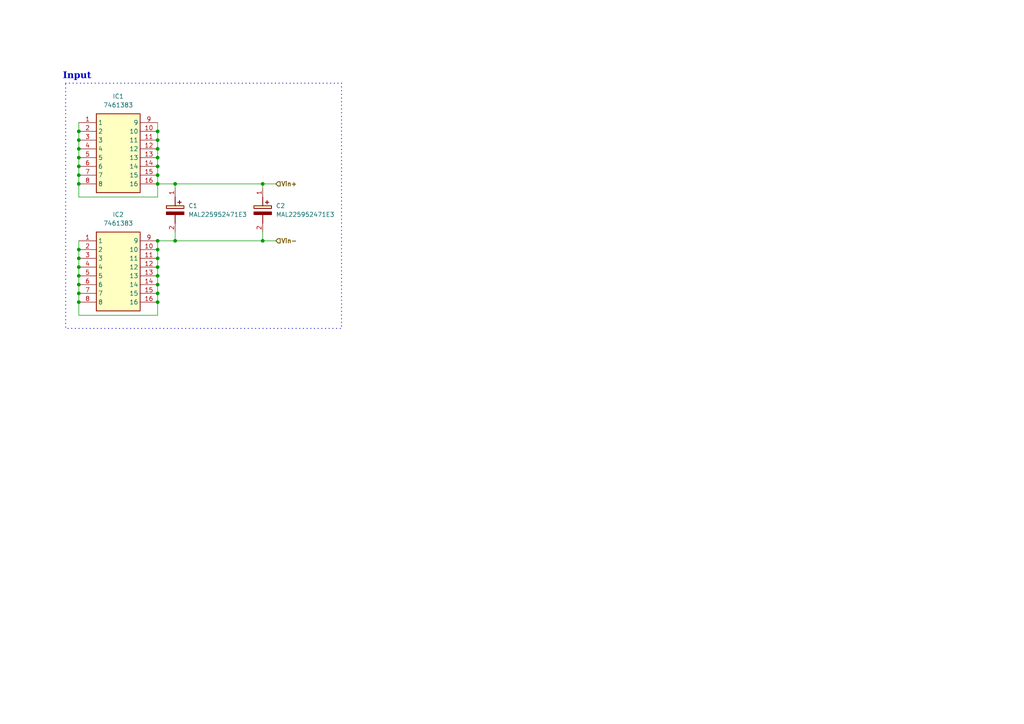
<source format=kicad_sch>
(kicad_sch (version 20231120) (generator "eeschema") (generator_version "8.0")
  (paper "A4")
  (lib_symbols
    (symbol "7461383:7461383"
      (property "Reference" "IC" (at 19.05 7.62 0))
      (property "Value" "7461383" (at 19.05 5.08 0))
      (symbol "7461383_1_1"
        (rectangle (start 5.08 2.54) (end 17.78 -20.32) (stroke (width 0.254)) (fill (type background)))
        (pin passive line (at 0 0 0) (length 5.08) (name "1") (number "1"))
        (pin passive line (at 22.86 -2.54 180) (length 5.08) (name "10") (number "10"))
        (pin passive line (at 22.86 -5.08 180) (length 5.08) (name "11") (number "11"))
        (pin passive line (at 22.86 -7.62 180) (length 5.08) (name "12") (number "12"))
        (pin passive line (at 22.86 -10.16 180) (length 5.08) (name "13") (number "13"))
        (pin passive line (at 22.86 -12.7 180) (length 5.08) (name "14") (number "14"))
        (pin passive line (at 22.86 -15.24 180) (length 5.08) (name "15") (number "15"))
        (pin passive line (at 22.86 -17.78 180) (length 5.08) (name "16") (number "16"))
        (pin passive line (at 0 -2.54 0) (length 5.08) (name "2") (number "2"))
        (pin passive line (at 0 -5.08 0) (length 5.08) (name "3") (number "3"))
        (pin passive line (at 0 -7.62 0) (length 5.08) (name "4") (number "4"))
        (pin passive line (at 0 -10.16 0) (length 5.08) (name "5") (number "5"))
        (pin passive line (at 0 -12.7 0) (length 5.08) (name "6") (number "6"))
        (pin passive line (at 0 -15.24 0) (length 5.08) (name "7") (number "7"))
        (pin passive line (at 0 -17.78 0) (length 5.08) (name "8") (number "8"))
        (pin passive line (at 22.86 0 180) (length 5.08) (name "9") (number "9"))
      )
    )
    (symbol "MAL225952471E3:MAL225952471E3" (pin_names hide)
      (property "Reference" "C" (at 8.89 6.35 0))
      (property "Value" "MAL225952471E3" (at 8.89 3.81 0))
      (symbol "MAL225952471E3_1_1"
        (polyline (pts (xy 2.54 0) (xy 5.08 0)) (stroke (width 0.254)))
        (polyline (pts (xy 4.064 1.778) (xy 4.064 0.762)) (stroke (width 0.254)))
        (polyline (pts (xy 4.572 1.27) (xy 3.556 1.27)) (stroke (width 0.254)))
        (polyline (pts (xy 7.62 0) (xy 10.16 0)) (stroke (width 0.254)))
        (polyline (pts (xy 7.62 2.54) (xy 7.62 -2.54) (xy 6.858 -2.54) (xy 6.858 2.54) (xy 7.62 2.54)) (stroke (width 0.254)) (fill (type outline)))
        (rectangle (start 5.08 2.54) (end 5.842 -2.54) (stroke (width 0.254)) (fill (type background)))
        (pin passive line (at 0 0 0) (length 2.54) (name "+") (number "1"))
        (pin passive line (at 12.7 0 180) (length 2.54) (name "-") (number "2"))
      )
    )
  )
  (junction (at 45.72 87.63))
  (junction (at 45.72 77.47))
  (junction (at 76.2 53.34))
  (junction (at 45.72 72.39))
  (junction (at 45.72 38.1))
  (junction (at 45.72 69.85))
  (junction (at 22.86 38.1))
  (junction (at 45.72 74.93))
  (junction (at 22.86 50.8))
  (junction (at 22.86 74.93))
  (junction (at 22.86 45.72))
  (junction (at 22.86 53.34))
  (junction (at 22.86 48.26))
  (junction (at 45.72 48.26))
  (junction (at 50.8 69.85))
  (junction (at 22.86 80.01))
  (junction (at 22.86 82.55))
  (junction (at 45.72 85.09))
  (junction (at 45.72 45.72))
  (junction (at 22.86 40.64))
  (junction (at 45.72 50.8))
  (junction (at 45.72 80.01))
  (junction (at 22.86 43.18))
  (junction (at 45.72 82.55))
  (junction (at 45.72 40.64))
  (junction (at 45.72 53.34))
  (junction (at 50.8 53.34))
  (junction (at 22.86 72.39))
  (junction (at 22.86 77.47))
  (junction (at 22.86 87.63))
  (junction (at 22.86 85.09))
  (junction (at 45.72 43.18))
  (junction (at 76.2 69.85))
  (wire (pts (xy 45.72 53.34) (xy 50.8 53.34)))
  (wire (pts (xy 22.86 69.85) (xy 22.86 72.39)))
  (wire (pts (xy 22.86 50.8) (xy 22.86 53.34)))
  (wire (pts (xy 76.2 69.85) (xy 80.01 69.85)))
  (wire (pts (xy 45.72 38.1) (xy 45.72 40.64)))
  (wire (pts (xy 50.8 54.61) (xy 50.8 53.34)))
  (wire (pts (xy 45.72 80.01) (xy 45.72 77.47)))
  (wire (pts (xy 22.86 53.34) (xy 22.86 57.15)))
  (wire (pts (xy 45.72 87.63) (xy 45.72 85.09)))
  (wire (pts (xy 45.72 69.85) (xy 50.8 69.85)))
  (wire (pts (xy 45.72 85.09) (xy 45.72 82.55)))
  (wire (pts (xy 45.72 40.64) (xy 45.72 43.18)))
  (wire (pts (xy 22.86 85.09) (xy 22.86 87.63)))
  (wire (pts (xy 45.72 74.93) (xy 45.72 72.39)))
  (wire (pts (xy 22.86 35.56) (xy 22.86 38.1)))
  (wire (pts (xy 45.72 72.39) (xy 45.72 69.85)))
  (wire (pts (xy 50.8 69.85) (xy 76.2 69.85)))
  (wire (pts (xy 22.86 72.39) (xy 22.86 74.93)))
  (wire (pts (xy 45.72 53.34) (xy 45.72 57.15)))
  (wire (pts (xy 22.86 38.1) (xy 22.86 40.64)))
  (wire (pts (xy 22.86 91.44) (xy 45.72 91.44)))
  (wire (pts (xy 76.2 53.34) (xy 80.01 53.34)))
  (wire (pts (xy 22.86 43.18) (xy 22.86 45.72)))
  (wire (pts (xy 22.86 45.72) (xy 22.86 48.26)))
  (wire (pts (xy 76.2 69.85) (xy 76.2 67.31)))
  (wire (pts (xy 22.86 87.63) (xy 22.86 91.44)))
  (wire (pts (xy 22.86 57.15) (xy 45.72 57.15)))
  (wire (pts (xy 45.72 50.8) (xy 45.72 53.34)))
  (wire (pts (xy 50.8 69.85) (xy 50.8 67.31)))
  (wire (pts (xy 22.86 80.01) (xy 22.86 82.55)))
  (wire (pts (xy 45.72 45.72) (xy 45.72 48.26)))
  (wire (pts (xy 22.86 82.55) (xy 22.86 85.09)))
  (wire (pts (xy 45.72 48.26) (xy 45.72 50.8)))
  (wire (pts (xy 76.2 53.34) (xy 76.2 54.61)))
  (wire (pts (xy 22.86 48.26) (xy 22.86 50.8)))
  (wire (pts (xy 22.86 74.93) (xy 22.86 77.47)))
  (wire (pts (xy 50.8 53.34) (xy 76.2 53.34)))
  (wire (pts (xy 45.72 43.18) (xy 45.72 45.72)))
  (wire (pts (xy 22.86 77.47) (xy 22.86 80.01)))
  (wire (pts (xy 45.72 82.55) (xy 45.72 80.01)))
  (wire (pts (xy 22.86 40.64) (xy 22.86 43.18)))
  (wire (pts (xy 45.72 77.47) (xy 45.72 74.93)))
  (wire (pts (xy 45.72 35.56) (xy 45.72 38.1)))
  (wire (pts (xy 45.72 91.44) (xy 45.72 87.63)))
  (rectangle (start 19.05 24.13) (end 99.06 95.25) (stroke (width 0.254) (type dot)))
  (text "Input" (at 22.352 22.606 0) (effects (font (size 1.905 1.905) (bold yes))))
  (hierarchical_label "Vin+" (shape input) (at 80.01 53.34 0) (effects (font (thickness 0.254) (bold yes))))
  (hierarchical_label "Vin-" (shape input) (at 80.01 69.85 0) (effects (font (thickness 0.254) (bold yes))))
  (symbol (lib_id "MAL225952471E3:MAL225952471E3") (at 76.2 54.61 270) (unit 1)
    (property "Reference" "C2" (at 80.01 59.6899 90) (effects (justify left)))
    (property "Value" "MAL225952471E3" (at 80.01 62.2299 90) (effects (justify left)))
    (property "Footprint" "InputCap:CAPPRD1000W190D2250H3700" (effects (hide yes)))
    (property "Description" "Aluminum Electrolytic Capacitors - Snap In 470uF 200V 20% 105C 3000H 22x35mm" (effects (hide yes)))
    (property "Height" "37" (effects (hide yes)))
    (property "Mouser Part Number" "594-MAL225952471E3" (effects (hide yes)))
    (property "Mouser Price/Stock" "https://www.mouser.co.uk/ProductDetail/Vishay-BC-Components/MAL225952471E3?qs=r5DSvlrkXmLPpJeqIaq9jQ%3D%3D" (effects (hide yes)))
    (property "Manufacturer_Name" "Vishay" (effects (hide yes)))
    (property "Manufacturer_Part_Number" "MAL225952471E3" (effects (hide yes)))
  )
  (symbol (lib_id "7461383:7461383") (at 22.86 69.85 0) (unit 1)
    (property "Reference" "IC2" (at 34.29 62.23 0))
    (property "Value" "7461383" (at 34.29 64.77 0))
    (property "Footprint" "InOutConn:7461383" (effects (hide yes)))
    (property "Datasheet" "https://www.we-online.com/catalog/datasheet/7461383.pdf" (effects (hide yes)))
    (property "Description" "REDCUBE PRESS-FIT with external thread and full plain pin-plate WPSHFU" (effects (hide yes)))
    (property "Height" "12.5" (effects (hide yes)))
    (property "Mouser Part Number" "710-7461383" (effects (hide yes)))
    (property "Mouser Price/Stock" "https://www.mouser.co.uk/ProductDetail/Wurth-Elektronik/7461383?qs=lykWx4dhCCFZ0JBsRfYENw%3D%3D" (effects (hide yes)))
    (property "Manufacturer_Name" "Wurth Elektronik" (effects (hide yes)))
    (property "Manufacturer_Part_Number" "7461383" (effects (hide yes)))
  )
  (symbol (lib_id "7461383:7461383") (at 22.86 35.56 0) (unit 1)
    (property "Reference" "IC1" (at 34.29 27.94 0))
    (property "Value" "7461383" (at 34.29 30.48 0))
    (property "Footprint" "InOutConn:7461383" (effects (hide yes)))
    (property "Datasheet" "https://www.we-online.com/catalog/datasheet/7461383.pdf" (effects (hide yes)))
    (property "Description" "REDCUBE PRESS-FIT with external thread and full plain pin-plate WPSHFU" (effects (hide yes)))
    (property "Height" "12.5" (effects (hide yes)))
    (property "Mouser Part Number" "710-7461383" (effects (hide yes)))
    (property "Mouser Price/Stock" "https://www.mouser.co.uk/ProductDetail/Wurth-Elektronik/7461383?qs=lykWx4dhCCFZ0JBsRfYENw%3D%3D" (effects (hide yes)))
    (property "Manufacturer_Name" "Wurth Elektronik" (effects (hide yes)))
    (property "Manufacturer_Part_Number" "7461383" (effects (hide yes)))
  )
  (symbol (lib_id "MAL225952471E3:MAL225952471E3") (at 50.8 54.61 270) (unit 1)
    (property "Reference" "C1" (at 54.61 59.6899 90) (effects (justify left)))
    (property "Value" "MAL225952471E3" (at 54.61 62.2299 90) (effects (justify left)))
    (property "Footprint" "InputCap:CAPPRD1000W190D2250H3700" (effects (hide yes)))
    (property "Description" "Aluminum Electrolytic Capacitors - Snap In 470uF 200V 20% 105C 3000H 22x35mm" (effects (hide yes)))
    (property "Height" "37" (effects (hide yes)))
    (property "Mouser Part Number" "594-MAL225952471E3" (effects (hide yes)))
    (property "Mouser Price/Stock" "https://www.mouser.co.uk/ProductDetail/Vishay-BC-Components/MAL225952471E3?qs=r5DSvlrkXmLPpJeqIaq9jQ%3D%3D" (effects (hide yes)))
    (property "Manufacturer_Name" "Vishay" (effects (hide yes)))
    (property "Manufacturer_Part_Number" "MAL225952471E3" (effects (hide yes)))
  )
)
</source>
